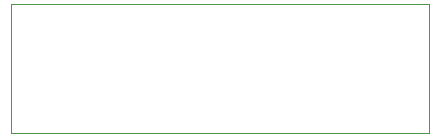
<source format=gbr>
G04 #@! TF.GenerationSoftware,KiCad,Pcbnew,(5.1.2)-2*
G04 #@! TF.CreationDate,2019-10-30T22:04:38-04:00*
G04 #@! TF.ProjectId,Button_Board,42757474-6f6e-45f4-926f-6172642e6b69,rev?*
G04 #@! TF.SameCoordinates,Original*
G04 #@! TF.FileFunction,Profile,NP*
%FSLAX46Y46*%
G04 Gerber Fmt 4.6, Leading zero omitted, Abs format (unit mm)*
G04 Created by KiCad (PCBNEW (5.1.2)-2) date 2019-10-30 22:04:38*
%MOMM*%
%LPD*%
G04 APERTURE LIST*
%ADD10C,0.050000*%
G04 APERTURE END LIST*
D10*
X110600000Y-45000000D02*
X111800000Y-45000000D01*
X110600000Y-34000000D02*
X110600000Y-45000000D01*
X111800000Y-34000000D02*
X110600000Y-34000000D01*
X146000000Y-34000000D02*
X144800000Y-34000000D01*
X146000000Y-45000000D02*
X146000000Y-34000000D01*
X144800000Y-45000000D02*
X146000000Y-45000000D01*
X144800000Y-34000000D02*
X141100000Y-34000000D01*
X141100000Y-45000000D02*
X144800000Y-45000000D01*
X111800000Y-45000000D02*
X116100000Y-45000000D01*
X116100000Y-34000000D02*
X111800000Y-34000000D01*
X141100000Y-34000000D02*
X116100000Y-34000000D01*
X116100000Y-45000000D02*
X141100000Y-45000000D01*
M02*

</source>
